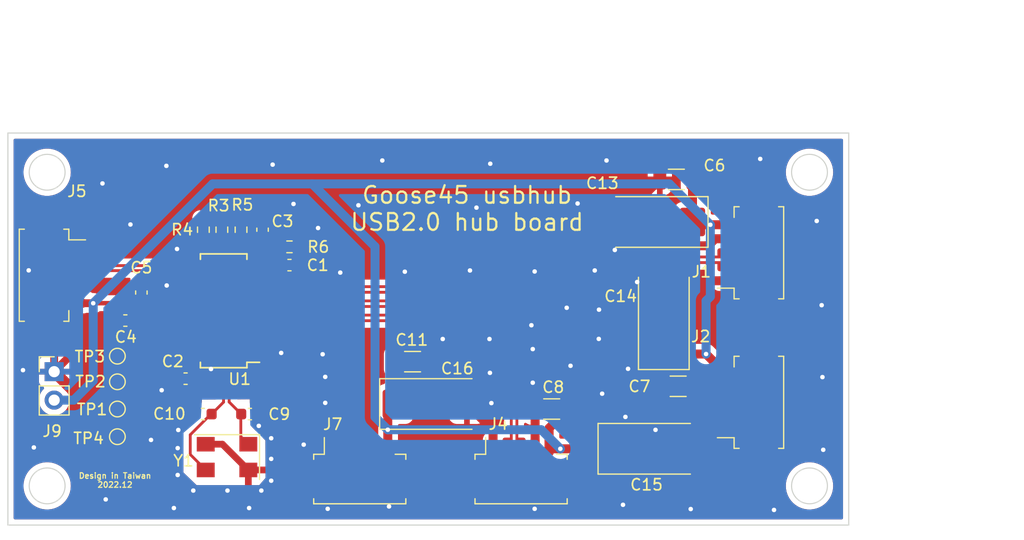
<source format=kicad_pcb>
(kicad_pcb (version 20211014) (generator pcbnew)
  (layers (0 "F.Cu" signal) (31 "B.Cu" signal) (34 "B.Paste" user) (35 "F.Paste" user) (36 "B.SilkS" user "B.Silkscreen") (37 "F.SilkS" user "F.Silkscreen") (38 "B.Mask" user) (39 "F.Mask" user) (44 "Edge.Cuts" user))
  (net 0 "")
  (net 1 "Hub_1V8")
  (net 2 "GND")
  (net 3 "Hub_3V3")
  (net 4 "VIN")
  (net 5 "Net-(C9-Pad1)")
  (net 6 "Net-(C10-Pad1)")
  (net 7 "USB_D+")
  (net 8 "USB_D-")
  (net 9 "USB4_D+")
  (net 10 "USB4_D-")
  (net 11 "Net-(R3-Pad2)")
  (net 12 "Net-(R4-Pad2)")
  (net 13 "Net-(R5-Pad2)")
  (net 14 "Net-(R6-Pad1)")
  (net 15 "LED2")
  (net 16 "LED1")
  (net 17 "USB3_D-")
  (net 18 "USB3_D+")
  (net 19 "USB2_D-")
  (net 20 "USB2_D+")
  (net 21 "USB1_D-")
  (net 22 "USB1_D+")
  (net 23 "DRV")
  (net 25 "EESDA")
  (footprint "Capacitor_SMD:C_1206_3216Metric" (layer "F.Cu") (at 151.14 86.75 180)
    (fp_text reference "C6")
    (fp_text value "100uF/16V" hide)
  )
  (footprint "Capacitor_SMD:C_1206_3216Metric" (layer "F.Cu") (at 127.61 103.02)
    (fp_text reference "C11")
    (fp_text value "100uF/16V" hide)
  )
  (footprint "Connector_Molex:Molex_PicoBlade_53261-0571_1x05-1MP_P1.25mm_Horizontal" (layer "F.Cu") (at 158 93.3 90)
    (fp_text reference "J1")
    (fp_text value "Conn_01x05_Male" hide)
  )
  (footprint "Resistor_SMD:R_0603_1608Metric" (layer "F.Cu") (at 112.31 91.24 -90)
    (fp_text reference "R5")
    (fp_text value "100K" hide)
  )
  (footprint "Capacitor_SMD:C_1206_3216Metric" (layer "F.Cu") (at 151.3 105.22)
    (fp_text reference "C7")
    (fp_text value "100uF/16V" hide)
  )
  (footprint "Capacitor_SMD:C_0603_1608Metric" (layer "F.Cu") (at 116.63 94.4)
    (fp_text reference "C1")
    (fp_text value "100nF/16V" hide)
  )
  (footprint "Capacitor_SMD:C_0603_1608Metric" (layer "F.Cu") (at 113.1 107.7)
    (fp_text reference "C9")
    (fp_text value "22pF/50V" hide)
  )
  (footprint "Crystal:Crystal_SMD_Abracon_ABM3C-4Pin_5.0x3.2mm" (layer "F.Cu") (at 111.06 111.54 180)
    (fp_text reference "Y1")
    (fp_text value "Crystal_12MHz" hide)
  )
  (footprint "Connector_PinHeader_2.54mm:PinHeader_1x02_P2.54mm_Vertical" (layer "F.Cu") (at 95.6425 103.915)
    (fp_text reference "J9")
    (fp_text value "Power" hide)
  )
  (footprint "Connector_Molex:Molex_PicoBlade_53261-0571_1x05-1MP_P1.25mm_Horizontal" (layer "F.Cu") (at 158 106.65 90)
    (fp_text reference "J2")
    (fp_text value "Conn_01x05_Male" hide)
  )
  (footprint "Resistor_SMD:R_0603_1608Metric" (layer "F.Cu") (at 110.6 91.24 -90)
    (fp_text reference "R3")
    (fp_text value "100K" hide)
  )
  (footprint "Resistor_SMD:R_0603_1608Metric" (layer "F.Cu") (at 116.63 92.77)
    (fp_text reference "R6")
    (fp_text value "2.7K" hide)
  )
  (footprint "Capacitor_SMD:C_0603_1608Metric" (layer "F.Cu") (at 107.365 104.54 180)
    (fp_text reference "C2")
    (fp_text value "100nF/16V" hide)
  )
  (footprint "Connector_Molex:Molex_PicoBlade_53261-0571_1x05-1MP_P1.25mm_Horizontal" (layer "F.Cu") (at 137.29 113)
    (fp_text reference "J4")
    (fp_text value "Conn_01x05_Male" hide)
  )
  (footprint "Capacitor_SMD:C_0603_1608Metric" (layer "F.Cu") (at 114.23 91.24 90)
    (fp_text reference "C3")
    (fp_text value "100nF/16V" hide)
  )
  (footprint "Capacitor_SMD:C_0603_1608Metric" (layer "F.Cu") (at 101.99 99.35 180)
    (fp_text reference "C4")
    (fp_text value "100nF/16V" hide)
  )
  (footprint "Capacitor_SMD:C_0603_1608Metric" (layer "F.Cu") (at 108.91 107.7 180)
    (fp_text reference "C10")
    (fp_text value "22pF/50V" hide)
  )
  (footprint "Capacitor_Tantalum_SMD:CP_EIA-7343-30_AVX-N_Pad2.25x2.55mm_HandSolder" (layer "F.Cu") (at 149.38 90.55 180)
    (fp_text reference "C13")
    (fp_text value "100uF/16V" hide)
  )
  (footprint "TestPoint:TestPoint_Pad_D1.0mm" (layer "F.Cu") (at 101.28 107.25)
    (fp_text reference "TP4")
    (fp_text value "TestPoint" hide)
  )
  (footprint "Resistor_SMD:R_0603_1608Metric" (layer "F.Cu") (at 108.95 91.24 -90)
    (fp_text reference "R4")
    (fp_text value "100K" hide)
  )
  (footprint "Capacitor_Tantalum_SMD:CP_EIA-7343-30_AVX-N_Pad2.25x2.55mm_HandSolder" (layer "F.Cu") (at 148.74 110.8)
    (fp_text reference "C15")
    (fp_text value "100uF/16V" hide)
  )
  (footprint "Connector_Molex:Molex_PicoBlade_53261-0571_1x05-1MP_P1.25mm_Horizontal" (layer "F.Cu") (at 122.9 113)
    (fp_text reference "J7")
    (fp_text value "Conn_01x05_Male" hide)
  )
  (footprint "Capacitor_SMD:C_0603_1608Metric" (layer "F.Cu") (at 103.42 96.85 90)
    (fp_text reference "C5")
    (fp_text value "10uF/16V" hide)
  )
  (footprint "Capacitor_Tantalum_SMD:CP_EIA-7343-30_AVX-N_Pad2.25x2.55mm_HandSolder" (layer "F.Cu") (at 129.26 106.8)
    (fp_text reference "C16")
    (fp_text value "100uF/16V" hide)
  )
  (footprint "Connector_Molex:Molex_PicoBlade_53261-0571_1x05-1MP_P1.25mm_Horizontal" (layer "F.Cu") (at 95.24 95.305 -90)
    (fp_text reference "J5")
    (fp_text value "USB_InputPort" hide)
  )
  (footprint "TestPoint:TestPoint_Pad_D1.0mm" (layer "F.Cu") (at 101.28 109.72)
    (fp_text reference "TP1")
    (fp_text value "TestPoint" hide)
  )
  (footprint "Package_SO:SSOP-28_3.9x9.9mm_P0.635mm" (layer "F.Cu") (at 110.76 98.48 180)
    (fp_text reference "U1")
    (fp_text value "FE1.1s" hide)
  )
  (footprint "Capacitor_SMD:C_1206_3216Metric" (layer "F.Cu") (at 140.02 107.25 180)
    (fp_text reference "C8")
    (fp_text value "100uF/16V" hide)
  )
  (footprint "TestPoint:TestPoint_Pad_D1.0mm" (layer "F.Cu") (at 101.28 102.53)
    (fp_text reference "TP3")
    (fp_text value "TestPoint" hide)
  )
  (footprint "TestPoint:TestPoint_Pad_D1.0mm" (layer "F.Cu") (at 101.28 104.82)
    (fp_text reference "TP2")
    (fp_text value "TestPoint" hide)
  )
  (footprint "Capacitor_Tantalum_SMD:CP_EIA-7343-30_AVX-N_Pad2.25x2.55mm_HandSolder" (layer "F.Cu") (at 150.02 99.14 90)
    (fp_text reference "C14")
    (fp_text value "100uF/16V" hide)
  )
  (gr_line locked (start 166.515 82.61) (end 166.515 117.61) (layer "Edge.Cuts") (width 0.1))
  (gr_circle (center 95.015 114.11) (end 96.615 114.11) (layer "Edge.Cuts") (width 0.1) (fill none))
  (gr_line locked (start 91.515 117.61) (end 166.515 117.61) (layer "Edge.Cuts") (width 0.1))
  (gr_circle (center 163.015 86.11) (end 164.615 86.11) (layer "Edge.Cuts") (width 0.1) (fill none))
  (gr_circle (center 163.015 114.11) (end 164.615 114.11) (layer "Edge.Cuts") (width 0.1) (fill none))
  (gr_line locked (start 91.515 82.61) (end 91.515 117.61) (layer "Edge.Cuts") (width 0.1))
  (gr_circle (center 95.015 86.11) (end 96.615 86.11) (layer "Edge.Cuts") (width 0.1) (fill none))
  (gr_line locked (start 91.515 82.61) (end 166.515 82.61) (layer "Edge.Cuts") (width 0.1))
  (gr_text "Design in Taiwan\n2022.12" (at 101.07 113.61) (layer "F.SilkS") (effects (font (size 0.5 0.5) (thickness 0.1))))
  (gr_text "Goose45 usbhub\nUSB2.0 hub board" (at 132.47 89.36) (layer "F.SilkS") (effects (font (size 1.5 1.5) (thickness 0.2))))
  (segment (start 110.9 97.41) (end 110.9 100.62) (width 0.25) (layer "F.Cu") (net 1))
  (segment (start 110.9 100.62) (end 108.9125 102.6075) (width 0.25) (layer "F.Cu") (net 1))
  (segment (start 113.36 95.6225) (end 112.6875 95.6225) (width 0.25) (layer "F.Cu") (net 1))
  (segment (start 113.36 95.6225) (end 114.6325 95.6225) (width 0.25) (layer "F.Cu") (net 1))
  (segment (start 114.6325 95.6225) (end 115.855 94.4) (width 0.25) (layer "F.Cu") (net 1))
  (segment (start 112.6875 95.6225) (end 110.9 97.41) (width 0.25) (layer "F.Cu") (net 1))
  (segment (start 108.9125 102.6075) (end 108.16 102.6075) (width 0.25) (layer "F.Cu") (net 1))
  (segment (start 108.16 104.655) (end 108.16 102.6075) (width 0.25) (layer "F.Cu") (net 1))
  (segment (start 114.23 90.465) (end 115.15 90.465) (width 0.7) (layer "F.Cu") (net 2))
  (segment (start 100.415 92.805) (end 102.445 90.775) (width 0.7) (layer "F.Cu") (net 2))
  (segment (start 158.5 98.35) (end 158.5 88.25) (width 1) (layer "F.Cu") (net 2))
  (segment (start 127.95 113.5) (end 132.24 113.5) (width 1) (layer "F.Cu") (net 2))
  (segment (start 132.46 106.8) (end 132.46 106.395) (width 0.8) (layer "F.Cu") (net 2))
  (segment (start 113.875 107.7) (end 113.875 106.195) (width 0.6) (layer "F.Cu") (net 2))
  (segment (start 142.34 113.5) (end 156.7 113.5) (width 1) (layer "F.Cu") (net 2))
  (segment (start 150.02 95.94) (end 150.16 95.8) (width 0.8) (layer "F.Cu") (net 2))
  (segment (start 132.46 106.395) (end 129.085 103.02) (width 0.8) (layer "F.Cu") (net 2))
  (segment (start 97.64 92.805) (end 96.375 92.805) (width 0.7) (layer "F.Cu") (net 2))
  (segment (start 112.96 114.5) (end 112.96 112.69) (width 0.6) (layer "F.Cu") (net 2))
  (segment (start 95.7 95.8) (end 95.7 96.46) (width 0.7) (layer "F.Cu") (net 2))
  (segment (start 115 109.86) (end 115 111.7) (width 0.6) (layer "F.Cu") (net 2))
  (segment (start 125.51 100.89) (end 124.15 102.25) (width 0.8) (layer "F.Cu") (net 2))
  (segment (start 98.36 110.8) (end 98.36 106.6325) (width 1) (layer "F.Cu") (net 2))
  (segment (start 106.66 113.14) (end 106.66 110.74) (width 0.6) (layer "F.Cu") (net 2))
  (segment (start 115.15 90.465) (end 117.455 92.77) (width 0.7) (layer "F.Cu") (net 2))
  (segment (start 138.54 107.255) (end 140.745 105.05) (width 0.8) (layer "F.Cu") (net 2))
  (segment (start 155.6 105.4) (end 152.955 105.4) (width 0.8) (layer "F.Cu") (net 2))
  (segment (start 113.895 108.755) (end 115 109.86) (width 0.6) (layer "F.Cu") (net 2))
  (segment (start 152.955 105.4) (end 152.775 105.22) (width 0.8) (layer "F.Cu") (net 2))
  (segment (start 146.18 90.55) (end 146.18 90.235) (width 0.8) (layer "F.Cu") (net 2))
  (segment (start 108.135 107.7) (end 108.135 106.185) (width 0.6) (layer "F.Cu") (net 2))
  (segment (start 146.595 107.955) (end 149.44 110.8) (width 0.8) (layer "F.Cu") (net 2))
  (segment (start 138.54 107.255) (end 138.545 107.25) (width 0.25) (layer "F.Cu") (net 2))
  (segment (start 97.29 99.61) (end 97.29 102.2675) (width 0.7) (layer "F.Cu") (net 2))
  (segment (start 120.4 111.42) (end 120.4 113.44) (width 0.8) (layer "F.Cu") (net 2))
  (segment (start 104.15 89.07) (end 112.835 89.07) (width 0.7) (layer "F.Cu") (net 2))
  (segment (start 97.36 99.54) (end 101.025 99.54) (width 0.4) (layer "F.Cu") (net 2))
  (segment (start 95.7 96.46) (end 95.7 97.29) (width 0.7) (layer "F.Cu") (net 2))
  (segment (start 149.44 110.8) (end 151.94 110.8) (width 0.8) (layer "F.Cu") (net 2))
  (segment (start 112.93 114.53) (end 111.1 114.53) (width 0.6) (layer "F.Cu") (net 2))
  (segment (start 153.41 110.8) (end 155.06 109.15) (width 0.8) (layer "F.Cu") (net 2))
  (segment (start 98.36 106.6325) (end 95.6425 103.915) (width 1) (layer "F.Cu") (net 2))
  (segment (start 134.79 110.6) (end 134.79 113.42) (width 0.8) (layer "F.Cu") (net 2))
  (segment (start 106.32 116.09) (end 103.65 116.09) (width 1) (layer "F.Cu") (net 2))
  (segment (start 113.875 108.735) (end 113.895 108.755) (width 0.6) (layer "F.Cu") (net 2))
  (segment (start 96.375 92.805) (end 95.7 93.48) (width 0.7) (layer "F.Cu") (net 2))
  (segment (start 117.85 113.5) (end 127.95 113.5) (width 1) (layer "F.Cu") (net 2))
  (segment (start 158.43 105.4) (end 155.6 105.4) (width 0.8) (layer "F.Cu") (net 2))
  (segment (start 115.26 116.09) (end 113.03 116.09) (width 1) (layer "F.Cu") (net 2))
  (segment (start 97.606249 92.805) (end 100.415 92.805) (width 0.7) (layer "F.Cu") (net 2))
  (segment (start 112.95 112.69) (end 110.65 110.39) (width 0.6) (layer "F.Cu") (net 2))
  (segment (start 146.18 90.235) (end 149.665 86.75) (width 0.8) (layer "F.Cu") (net 2))
  (segment (start 144.52 105.88) (end 146.595 107.955) (width 0.8) (layer "F.Cu") (net 2))
  (segment (start 134.79 109.13) (end 134.79 110.6) (width 0.8) (layer "F.Cu") (net 2))
  (segment (start 117.85 113.5) (end 115.26 116.09) (width 1) (layer "F.Cu") (net 2))
  (segment (start 97.29 102.2675) (end 95.6425 103.915) (width 0.7) (layer "F.Cu") (net 2))
  (segment (start 106.66 110.74) (end 106.66 109.175) (width 0.6) (layer "F.Cu") (net 2))
  (segment (start 101.025 99.54) (end 101.215 99.35) (width 0.4) (layer "F.Cu") (net 2))
  (segment (start 155.6 109.15) (end 158.37 109.15) (width 0.8) (layer "F.Cu") (net 2))
  (segment (start 138.54 113.38) (end 138.54 110.6) (width 0.8) (layer "F.Cu") (net 2))
  (segment (start 95.7 95.8) (end 96.455 96.555) (width 0.7) (layer "F.Cu") (net 2))
  (segment (start 117.455 92.77) (end 117.455 94.35) (width 0.7) (layer "F.Cu") (net 2))
  (segment (start 114.12 114.53) (end 112.93 114.53) (width 0.6) (layer "F.Cu") (net 2))
  (segment (start 94.74 90.255) (end 94.74 100.355) (width 1) (layer "F.Cu") (net 2))
  (segment (start 112.835 89.07) (end 114.23 90.465) (width 0.7) (layer "F.Cu") (net 2))
  (segment (start 110.65 110.39) (end 109.16 110.39) (width 0.6) (layer "F.Cu") (net 2))
  (segment (start 138.54 110.6) (end 138.54 107.255) (width 0.8) (layer "F.Cu") (net 2))
  (segment (start 96.455 96.555) (end 97.64 96.555) (width 0.7) (layer "F.Cu") (net 2))
  (segment (start 95.7 98.02) (end 97.29 99.61) (width 0.7) (layer "F.Cu") (net 2))
  (segment (start 114.95 112.69) (end 112.96 112.69) (width 0.6) (layer "F.Cu") (net 2))
  (segment (start 102.445 90.775) (end 104.15 89.07) (width 0.7) (layer "F.Cu") (net 2))
  (segment (start 95.6425 101.2575) (end 94.74 100.355) (width 0.7) (layer "F.Cu") (net 2))
  (segment (start 153.97 92.68) (end 148.31 92.68) (width 0.8) (layer "F.Cu") (net 2))
  (segment (start 115 112.64) (end 114.95 112.69) (width 0.6) (layer "F.Cu") (net 2))
  (segment (start 97.64 96.555) (end 101.355 96.555) (width 0.4) (layer "F.Cu") (net 2))
  (segment (start 106.7125 109.1225) (end 108.135 107.7) (width 0.6) (layer "F.Cu") (net 2))
  (segment (start 97.29 99.61) (end 97.36 99.54) (width 0.4) (layer "F.Cu") (net 2))
  (segment (start 129.085 103.02) (end 129.085 101.665) (width 0.8) (layer "F.Cu") (net 2))
  (segment (start 128.31 100.89) (end 125.51 100.89) (width 0.8) (layer "F.Cu") (net 2))
  (segment (start 95.795 96.555) (end 95.7 96.46) (width 0.4) (layer "F.Cu") (net 2))
  (segment (start 129.085 101.665) (end 128.31 100.89) (width 0.8) (layer "F.Cu") (net 2))
  (segment (start 158.5 101.6) (end 158.5 98.35) (width 1) (layer "F.Cu") (net 2))
  (segment (start 117.455 94.35) (end 117.405 94.4) (width 0.7) (layer "F.Cu") (net 2))
  (segment (start 155.6 92.05) (end 154.6 92.05) (width 0.8) (layer "F.Cu") (net 2))
  (segment (start 112.96 114.5) (end 112.93 114.53) (width 0.6) (layer "F.Cu") (net 2))
  (segment (start 120.4 113.44) (end 120.38 113.46) (width 0.8) (layer "F.Cu") (net 2))
  (segment (start 103.65 116.09) (end 98.36 110.8) (width 1) (layer "F.Cu") (net 2))
  (segment (start 158.45 95.8) (end 158.47 95.82) (width 0.8) (layer "F.Cu") (net 2))
  (segment (start 101.355 96.555) (end 101.835 96.075) (width 0.4) (layer "F.Cu") (net 2))
  (segment (start 115 111.7) (end 115 112.64) (width 0.6) (layer "F.Cu") (net 2))
  (segment (start 132.24 113.5) (end 142.34 113.5) (width 1) (layer "F.Cu") (net 2))
  (segment (start 155.06 109.15) (end 155.6 109.15) (width 0.8) (layer "F.Cu") (net 2))
  (segment (start 113.03 116.09) (end 106.32 116.09) (width 1) (layer "F.Cu") (net 2))
  (segment (start 108.05 114.53) (end 106.66 113.14) (width 0.6) (layer "F.Cu") (net 2))
  (segment (start 111.1 114.53) (end 108.05 114.53) (width 0.6) (layer "F.Cu") (net 2))
  (segment (start 101.835 96.075) (end 103.42 96.075) (width 0.4) (layer "F.Cu") (net 2))
  (segment (start 95.6425 103.915) (end 95.6425 101.2575) (width 0.7) (layer "F.Cu") (net 2))
  (segment (start 96.455 96.555) (end 96.435 96.555) (width 0.7) (layer "F.Cu") (net 2))
  (segment (start 112.96 112.69) (end 112.95 112.69) (width 0.6) (layer "F.Cu") (net 2))
  (segment (start 106.66 109.175) (end 106.7125 109.1225) (width 0.6) (layer "F.Cu") (net 2))
  (segment (start 115 112.64) (end 115 113.02) (width 0.6) (layer "F.Cu") (net 2))
  (segment (start 96.435 96.555) (end 95.7 97.29) (width 0.7) (layer "F.Cu") (net 2))
  (segment (start 158.5 111.7) (end 158.5 101.6) (width 1) (layer "F.Cu") (net 2))
  (segment (start 154.6 92.05) (end 153.97 92.68) (width 0.8) (layer "F.Cu") (net 2))
  (segment (start 150.16 95.8) (end 155.6 95.8) (width 0.8) (layer "F.Cu") (net 2))
  (segment (start 155.6 95.8) (end 158.45 95.8) (width 0.8) (layer "F.Cu") (net 2))
  (segment (start 151.94 110.8) (end 153.41 110.8) (width 0.8) (layer "F.Cu") (net 2))
  (segment (start 95.7 97.29) (end 95.7 98.02) (width 0.7) (layer "F.Cu") (net 2))
  (segment (start 113.875 107.7) (end 113.875 108.735) (width 0.6) (layer "F.Cu") (net 2))
  (segment (start 138.52 113.4) (end 138.54 113.38) (width 0.8) (layer "F.Cu") (net 2))
  (segment (start 143.69 105.05) (end 144.52 105.88) (width 0.8) (layer "F.Cu") (net 2))
  (segment (start 115 113.02) (end 115 113.65) (width 0.6) (layer "F.Cu") (net 2))
  (segment (start 158.49 92.05) (end 155.6 92.05) (width 0.8) (layer "F.Cu") (net 2))
  (segment (start 132.46 106.8) (end 134.79 109.13) (width 0.8) (layer "F.Cu") (net 2))
  (segment (start 148.31 92.68) (end 146.18 90.55) (width 0.8) (layer "F.Cu") (net 2))
  (segment (start 95.7 93.48) (end 95.7 95.8) (width 0.7) (layer "F.Cu") (net 2))
  (segment (start 156.7 113.5) (end 158.5 111.7) (width 1) (layer "F.Cu") (net 2))
  (segment (start 124.15 102.25) (end 124.15 110.6) (width 0.8) (layer "F.Cu") (net 2))
  (segment (start 140.745 105.05) (end 143.69 105.05) (width 0.8) (layer "F.Cu") (net 2))
  (segment (start 108.135 106.185) (end 108.13 106.18) (width 0.6) (layer "F.Cu") (net 2))
  (segment (start 115 113.65) (end 114.12 114.53) (width 0.6) (layer "F.Cu") (net 2))
  (segment (start 124.15 110.6) (end 124.15 113.49) (width 0.8) (layer "F.Cu") (net 2))
  (via (at 141.36 98.21) (size 0.8) (drill 0.4) (layers "F.Cu" "B.Cu") (net 2))
  (via (at 146.38 115.8) (size 0.8) (drill 0.4) (layers "F.Cu" "B.Cu") (net 2))
  (via (at 121.16 95.07) (size 0.8) (drill 0.4) (layers "F.Cu" "B.Cu") (net 2))
  (via (at 92.86 103.78) (size 0.8) (drill 0.4) (layers "F.Cu" "B.Cu") (net 2))
  (via (at 115 109.86) (size 0.8) (drill 0.4) (layers "F.Cu" "B.Cu") (net 2))
  (via (at 99.95 87.11) (size 0.8) (drill 0.4) (layers "F.Cu" "B.Cu") (net 2))
  (via (at 134.64 106.72) (size 0.8) (drill 0.4) (layers "F.Cu" "B.Cu") (net 2))
  (via (at 134.54 85.35) (size 0.8) (drill 0.4) (layers "F.Cu" "B.Cu") (net 2))
  (via (at 138.5 94.97) (size 0.8) (drill 0.4) (layers "F.Cu" "B.Cu") (net 2))
  (via (at 109.63 103.68) (size 0.8) (drill 0.4) (layers "F.Cu" "B.Cu") (net 2))
  (via (at 93.83 110.68) (size 0.8) (drill 0.4) (layers "F.Cu" "B.Cu") (net 2))
  (via (at 106.66 110.74) (size 0.8) (drill 0.4) (layers "F.Cu" "B.Cu") (net 2))
  (via (at 113.895 108.755) (size 0.8) (drill 0.4) (layers "F.Cu" "B.Cu") (net 2))
  (via (at 120.04 116.16) (size 0.8) (drill 0.4) (layers "F.Cu" "B.Cu") (net 2))
  (via (at 113.03 116.09) (size 0.8) (drill 0.4) (layers "F.Cu" "B.Cu") (net 2))
  (via (at 132.73 94.88) (size 0.8) (drill 0.4) (layers "F.Cu" "B.Cu") (net 2))
  (via (at 138.21 99.77) (size 0.8) (drill 0.4) (layers "F.Cu" "B.Cu") (net 2))
  (via (at 158.62 84.92) (size 0.8) (drill 0.4) (layers "F.Cu" "B.Cu") (net 2))
  (via (at 144.91 85.06) (size 0.8) (drill 0.4) (layers "F.Cu" "B.Cu") (net 2))
  (via (at 126.92 94.99) (size 0.8) (drill 0.4) (layers "F.Cu" "B.Cu") (net 2))
  (via (at 124.91 85.06) (size 0.8) (drill 0.4) (layers "F.Cu" "B.Cu") (net 2))
  (via (at 106.32 116.09) (size 0.8) (drill 0.4) (layers "F.Cu" "B.Cu") (net 2))
  (via (at 133.31 89.27) (size 0.8) (drill 0.4) (layers "F.Cu" "B.Cu") (net 2))
  (via (at 142.33 88.9) (size 0.8) (drill 0.4) (layers "F.Cu" "B.Cu") (net 2))
  (via (at 106.6 92.96) (size 0.8) (drill 0.4) (layers "F.Cu" "B.Cu") (net 2))
  (via (at 105.65 85.54) (size 0.8) (drill 0.4) (layers "F.Cu" "B.Cu") (net 2))
  (via (at 115 113.65) (size 0.8) (drill 0.4) (layers "F.Cu" "B.Cu") (net 2))
  (via (at 164.24 110.89) (size 0.8) (drill 0.4) (layers "F.Cu" "B.Cu") (net 2))
  (via (at 159.85 116.26) (size 0.8) (drill 0.4) (layers "F.Cu" "B.Cu") (net 2))
  (via (at 106.7125 109.1225) (size 0.8) (drill 0.4) (layers "F.Cu" "B.Cu") (net 2))
  (via (at 115.89 102.24) (size 0.8) (drill 0.4) (layers "F.Cu" "B.Cu") (net 2))
  (via (at 104.28 110.01) (size 0.8) (drill 0.4) (layers "F.Cu" "B.Cu") (net 2))
  (via (at 119.82 104.38) (size 0.8) (drill 0.4) (layers "F.Cu" "B.Cu") (net 2))
  (via (at 144.24 98.38) (size 0.8) (drill 0.4) (layers "F.Cu" "B.Cu") (net 2))
  (via (at 163.66 90.46) (size 0.8) (drill 0.4) (layers "F.Cu" "B.Cu") (net 2))
  (via (at 134.51 104.02) (size 0.8) (drill 0.4) (layers "F.Cu" "B.Cu") (net 2))
  (via (at 141.7 103.39) (size 0.8) (drill 0.4) (layers "F.Cu" "B.Cu") (net 2))
  (via (at 119.59 102.36) (size 0.8) (drill 0.4) (layers "F.Cu" "B.Cu") (net 2))
  (via (at 111.1 114.53) (size 0.8) (drill 0.4) (layers "F.Cu" "B.Cu") (net 2))
  (via (at 102.445 90.775) (size 0.8) (drill 0.4) (layers "F.Cu" "B.Cu") (net 2))
  (via (at 138.33 101.9) (size 0.8) (drill 0.4) (layers "F.Cu" "B.Cu") (net 2))
  (via (at 134.47 101) (size 0.8) (drill 0.4) (layers "F.Cu" "B.Cu") (net 2))
  (via (at 144.22 100.99) (size 0.8) (drill 0.4) (layers "F.Cu" "B.Cu") (net 2))
  (via (at 146.83 103.66) (size 0.8) (drill 0.4) (layers "F.Cu" "B.Cu") (net 2))
  (via (at 115.13 85.43) (size 0.8) (drill 0.4) (layers "F.Cu" "B.Cu") (net 2))
  (via (at 114.12 114.53) (size 0.8) (drill 0.4) (layers "F.Cu" "B.Cu") (net 2))
  (via (at 122.78 89.06) (size 0.8) (drill 0.4) (layers "F.Cu" "B.Cu") (net 2))
  (via (at 105.68 96.22) (size 0.8) (drill 0.4) (layers "F.Cu" "B.Cu") (net 2))
  (via (at 119.18 91.09) (size 0.8) (drill 0.4) (layers "F.Cu" "B.Cu") (net 2))
  (via (at 164.1 97.98) (size 0.8) (drill 0.4) (layers "F.Cu" "B.Cu") (net 2))
  (via (at 143.86 94.88) (size 0.8) (drill 0.4) (layers "F.Cu" "B.Cu") (net 2))
  (via (at 147.64 95.91) (size 0.8) (drill 0.4) (layers "F.Cu" "B.Cu") (net 2))
  (via (at 149.28 109.11) (size 0.8) (drill 0.4) (layers "F.Cu" "B.Cu") (net 2))
  (via (at 108.05 114.53) (size 0.8) (drill 0.4) (layers "F.Cu" "B.Cu") (net 2))
  (via (at 93.37 94.87) (size 0.8) (drill 0.4) (layers "F.Cu" "B.Cu") (net 2))
  (via (at 145.65 93.05) (size 0.8) (drill 0.4) (layers "F.Cu" "B.Cu") (net 2))
  (via (at 125.51 115.95) (size 0.8) (drill 0.4) (layers "F.Cu" "B.Cu") (net 2))
  (via (at 117.9 110.43) (size 0.8) (drill 0.4) (layers "F.Cu" "B.Cu") (net 2))
  (via (at 119.82 106.7) (size 0.8) (drill 0.4) (layers "F.Cu" "B.Cu") (net 2))
  (via (at 144.52 105.88) (size 0.8) (drill 0.4) (layers "F.Cu" "B.Cu") (net 2))
  (via (at 152.42 116.18) (size 0.8) (drill 0.4) (layers "F.Cu" "B.Cu") (net 2))
  (via (at 146.595 107.955) (size 0.8) (drill 0.4) (layers "F.Cu" "B.Cu") (net 2))
  (via (at 106.66 113.14) (size 0.8) (drill 0.4) (layers "F.Cu" "B.Cu") (net 2))
  (via (at 115 111.7) (size 0.8) (drill 0.4) (layers "F.Cu" "B.Cu") (net 2))
  (via (at 116.99 88.94) (size 0.8) (drill 0.4) (layers "F.Cu" "B.Cu") (net 2))
  (via (at 130.3 101) (size 0.8) (drill 0.4) (layers "F.Cu" "B.Cu") (net 2))
  (via (at 164.17 104.4) (size 0.8) (drill 0.4) (layers "F.Cu" "B.Cu") (net 2))
  (via (at 138.33 104.9) (size 0.8) (drill 0.4) (layers "F.Cu" "B.Cu") (net 2))
  (via (at 138.5 116.16) (size 0.8) (drill 0.4) (layers "F.Cu" "B.Cu") (net 2))
  (via (at 105.23 105.57) (size 0.8) (drill 0.4) (layers "F.Cu" "B.Cu") (net 2))
  (via (at 100.24 115.32) (size 0.8) (drill 0.4) (layers "F.Cu" "B.Cu") (net 2))
  (segment (start 112.2 94.79) (end 112.2 95.27) (width 0.25) (layer "F.Cu") (net 3))
  (segment (start 110.26 98.08) (end 110.26 98.62) (width 0.25) (layer "F.Cu") (net 3))
  (segment (start 103.87 99.35) (end 105.0575 98.1625) (width 0.25) (layer "F.Cu") (net 3))
  (segment (start 114.23 92.015) (end 114.23 92.75) (width 0.25) (layer "F.Cu") (net 3))
  (segment (start 102.765 99.35) (end 103.87 99.35) (width 0.25) (layer "F.Cu") (net 3))
  (segment (start 108.95 90.415) (end 110.6 90.415) (width 0.25) (layer "F.Cu") (net 3))
  (segment (start 110.6 90.415) (end 112.31 90.415) (width 0.25) (layer "F.Cu") (net 3))
  (segment (start 112.4825 94.9875) (end 112.3975 94.9875) (width 0.25) (layer "F.Cu") (net 3))
  (segment (start 110.26 98.57) (end 109.8525 98.1625) (width 0.25) (layer "F.Cu") (net 3))
  (segment (start 112.2 95.27) (end 110.26 97.21) (width 0.25) (layer "F.Cu") (net 3))
  (segment (start 109.8575 98.1625) (end 110.26 97.76) (width 0.25) (layer "F.Cu") (net 3))
  (segment (start 112.3975 94.9875) (end 112.2 94.79) (width 0.25) (layer "F.Cu") (net 3))
  (segment (start 112.2 93.93) (end 112.2 94.79) (width 0.25) (layer "F.Cu") (net 3))
  (segment (start 109.8575 98.1625) (end 110.1775 98.1625) (width 0.25) (layer "F.Cu") (net 3))
  (segment (start 113.36 94.9875) (end 112.4825 94.9875) (width 0.25) (layer "F.Cu") (net 3))
  (segment (start 112.79 93.34) (end 112.2 93.93) (width 0.25) (layer "F.Cu") (net 3))
  (segment (start 113.64 93.34) (end 112.79 93.34) (width 0.25) (layer "F.Cu") (net 3))
  (segment (start 108.16 101.3375) (end 109.4225 101.3375) (width 0.25) (layer "F.Cu") (net 3))
  (segment (start 109.8525 98.1625) (end 109.8575 98.1625) (width 0.25) (layer "F.Cu") (net 3))
  (segment (start 112.63 90.415) (end 114.23 92.015) (width 0.25) (layer "F.Cu") (net 3))
  (segment (start 109.4225 101.3375) (end 110.26 100.5) (width 0.25) (layer "F.Cu") (net 3))
  (segment (start 110.26 97.76) (end 110.26 98.08) (width 0.25) (layer "F.Cu") (net 3))
  (segment (start 110.26 98.62) (end 110.26 98.57) (width 0.25) (layer "F.Cu") (net 3))
  (segment (start 112.31 90.415) (end 112.63 90.415) (width 0.25) (layer "F.Cu") (net 3))
  (segment (start 110.1775 98.1625) (end 110.26 98.08) (width 0.25) (layer "F.Cu") (net 3))
  (segment (start 105.0575 98.1625) (end 108.16 98.1625) (width 0.25) (layer "F.Cu") (net 3))
  (segment (start 110.26 100.5) (end 110.26 98.62) (width 0.25) (layer "F.Cu") (net 3))
  (segment (start 112.4825 94.9875) (end 112.2 95.27) (width 0.25) (layer "F.Cu") (net 3))
  (segment (start 114.23 92.75) (end 113.64 93.34) (width 0.25) (layer "F.Cu") (net 3))
  (segment (start 109.8525 98.1625) (end 108.16 98.1625) (width 0.25) (layer "F.Cu") (net 3))
  (segment (start 110.26 97.21) (end 110.26 97.76) (width 0.25) (layer "F.Cu") (net 3))
  (segment (start 125.4 107.46) (end 126.06 106.8) (width 0.8) (layer "F.Cu") (net 4))
  (segment (start 139.99 110.8) (end 140.79 110.8) (width 0.8) (layer "F.Cu") (net 4))
  (segment (start 139.79 108.955) (end 141.495 107.25) (width 0.8) (layer "F.Cu") (net 4))
  (segment (start 149.825 102.535) (end 150.02 102.34) (width 0.8) (layer "F.Cu") (net 4))
  (segment (start 155.6 104.15) (end 153.79 102.34) (width 0.8) (layer "F.Cu") (net 4))
  (segment (start 126.06 103.095) (end 126.135 103.02) (width 0.8) (layer "F.Cu") (net 4))
  (segment (start 139.79 110.6) (end 139.79 108.955) (width 0.8) (layer "F.Cu") (net 4))
  (segment (start 97.606249 97.805) (end 99.125 97.805) (width 0.7) (layer "F.Cu") (net 4))
  (segment (start 152.58 86.785) (end 152.615 86.75) (width 0.8) (layer "F.Cu") (net 4))
  (segment (start 126.06 106.8) (end 126.06 103.095) (width 0.8) (layer "F.Cu") (net 4))
  (segment (start 153.79 102.34) (end 150.02 102.34) (width 0.8) (layer "F.Cu") (net 4))
  (segment (start 125.4 110.6) (end 125.4 109.1) (width 0.8) (layer "F.Cu") (net 4))
  (segment (start 154.17 90.8) (end 152.83 90.8) (width 0.8) (layer "F.Cu") (net 4))
  (segment (start 103.5175 97.5275) (end 108.16 97.5275) (width 0.4) (layer "F.Cu") (net 4))
  (segment (start 125.4 109.1) (end 125.4 107.46) (width 0.8) (layer "F.Cu") (net 4))
  (segment (start 99.125 97.805) (end 99.13 97.8) (width 0.4) (layer "F.Cu") (net 4))
  (segment (start 152.58 90.55) (end 152.58 86.785) (width 0.8) (layer "F.Cu") (net 4))
  (segment (start 139.79 110.6) (end 139.99 110.8) (width 0.8) (layer "F.Cu") (net 4))
  (segment (start 99.13 97.8) (end 103.245 97.8) (width 0.4) (layer "F.Cu") (net 4))
  (segment (start 155.6 90.8) (end 154.17 90.8) (width 0.8) (layer "F.Cu") (net 4))
  (segment (start 140.79 110.8) (end 145.54 110.8) (width 0.8) (layer "F.Cu") (net 4))
  (segment (start 149.825 105.22) (end 149.825 102.535) (width 0.8) (layer "F.Cu") (net 4))
  (segment (start 103.245 97.8) (end 103.42 97.625) (width 0.4) (layer "F.Cu") (net 4))
  (segment (start 103.42 97.625) (end 103.5175 97.5275) (width 0.4) (layer "F.Cu") (net 4))
  (segment (start 152.83 90.8) (end 152.58 90.55) (width 0.8) (layer "F.Cu") (net 4))
  (via (at 140.79 110.8) (size 0.8) (drill 0.4) (layers "F.Cu" "B.Cu") (net 4))
  (via (at 153.79 102.34) (size 0.8) (drill 0.4) (layers "F.Cu" "B.Cu") (net 4))
  (via (at 125.4 109.1) (size 0.8) (drill 0.4) (layers "F.Cu" "B.Cu") (net 4))
  (via (at 154.17 90.8) (size 0.8) (drill 0.4) (layers "F.Cu" "B.Cu") (net 4))
  (via (at 99.125 97.805) (size 0.8) (drill 0.4) (layers "F.Cu" "B.Cu") (net 4))
  (segment (start 153.79 97.59) (end 154.17 97.21) (width 0.8) (layer "B.Cu") (net 4))
  (segment (start 118.66 87.15) (end 150.52 87.15) (width 0.8) (layer "B.Cu") (net 4))
  (segment (start 150.52 87.15) (end 154.17 90.8) (width 0.8) (layer "B.Cu") (net 4))
  (segment (start 118.66 87.15) (end 109.78 87.15) (width 0.8) (layer "B.Cu") (net 4))
  (segment (start 124.26 92.75) (end 118.66 87.15) (width 0.8) (layer "B.Cu") (net 4))
  (segment (start 154.17 97.21) (end 154.17 90.8) (width 0.8) (layer "B.Cu") (net 4))
  (segment (start 109.78 87.15) (end 99.125 97.805) (width 0.8) (layer "B.Cu") (net 4))
  (segment (start 99.125 97.805) (end 99.125 104.715) (width 0.8) (layer "B.Cu") (net 4))
  (segment (start 139.09 109.1) (end 140.79 110.8) (width 0.8) (layer "B.Cu") (net 4))
  (segment (start 97.385 106.455) (end 95.6425 106.455) (width 0.8) (layer "B.Cu") (net 4))
  (segment (start 153.79 102.34) (end 153.79 97.59) (width 0.8) (layer "B.Cu") (net 4))
  (segment (start 125.4 109.1) (end 139.09 109.1) (width 0.8) (layer "B.Cu") (net 4))
  (segment (start 125.4 109.1) (end 124.26 107.96) (width 0.8) (layer "B.Cu") (net 4))
  (segment (start 124.26 107.96) (end 124.26 92.75) (width 0.8) (layer "B.Cu") (net 4))
  (segment (start 99.125 104.715) (end 97.385 106.455) (width 0.8) (layer "B.Cu") (net 4))
  (segment (start 111.25 103.01) (end 112.2875 101.9725) (width 0.25) (layer "F.Cu") (net 5))
  (segment (start 111.25 106.625) (end 111.25 103.01) (width 0.25) (layer "F.Cu") (net 5))
  (segment (start 112.29 107.735) (end 112.29 109.72) (width 0.25) (layer "F.Cu") (net 5))
  (segment (start 112.325 107.7) (end 111.25 106.625) (width 0.25) (layer "F.Cu") (net 5))
  (segment (start 112.325 107.7) (end 112.29 107.735) (width 0.25) (layer "F.Cu") (net 5))
  (segment (start 112.29 109.72) (end 112.96 110.39) (width 0.25) (layer "F.Cu") (net 5))
  (segment (start 112.2875 101.9725) (end 113.36 101.9725) (width 0.25) (layer "F.Cu") (net 5))
  (segment (start 112.1525 101.3375) (end 113.36 101.3375) (width 0.25) (layer "F.Cu") (net 6))
  (segment (start 110.75 106.635) (end 110.75 102.74) (width 0.25) (layer "F.Cu") (net 6))
  (segment (start 110.75 102.74) (end 112.1525 101.3375) (width 0.25) (layer "F.Cu") (net 6))
  (segment (start 109.63 107.7) (end 109.685 107.7) (width 0.25) (layer "F.Cu") (net 6))
  (segment (start 109.16 112.69) (end 107.78 111.31) (width 0.25) (layer "F.Cu") (net 6))
  (segment (start 109.685 107.7) (end 110.75 106.635) (width 0.25) (layer "F.Cu") (net 6))
  (segment (start 107.78 111.31) (end 107.78 109.55) (width 0.25) (layer "F.Cu") (net 6))
  (segment (start 107.78 109.55) (end 109.63 107.7) (width 0.25) (layer "F.Cu") (net 6))
  (segment (start 107.259999 94.9875) (end 107.167499 94.895) (width 0.25) (layer "F.Cu") (net 7))
  (segment (start 98.565 94.895) (end 98.155 95.305) (width 0.25) (layer "F.Cu") (net 7))
  (segment (start 107.167499 94.895) (end 98.565 94.895) (width 0.25) (layer "F.Cu") (net 7))
  (segment (start 108.16 94.9875) (end 107.259999 94.9875) (width 0.25) (layer "F.Cu") (net 7))
  (segment (start 98.555 94.445) (end 98.165 94.055) (width 0.25) (layer "F.Cu") (net 8))
  (segment (start 107.259999 94.3525) (end 107.167499 94.445) (width 0.25) (layer "F.Cu") (net 8))
  (segment (start 107.167499 94.445) (end 98.555 94.445) (width 0.25) (layer "F.Cu") (net 8))
  (segment (start 108.16 94.3525) (end 107.259999 94.3525) (width 0.25) (layer "F.Cu") (net 8))
  (segment (start 122.525 101.221446) (end 122.525 110.225) (width 0.25) (layer "F.Cu") (net 9))
  (segment (start 121.438554 100.135) (end 122.525 101.221446) (width 0.25) (layer "F.Cu") (net 9))
  (segment (start 122.525 110.225) (end 122.9 110.6) (width 0.25) (layer "F.Cu") (net 9))
  (segment (start 114.260001 100.0675) (end 114.327501 100.135) (width 0.25) (layer "F.Cu") (net 9))
  (segment (start 113.36 100.0675) (end 114.260001 100.0675) (width 0.25) (layer "F.Cu") (net 9))
  (segment (start 114.327501 100.135) (end 121.438554 100.135) (width 0.25) (layer "F.Cu") (net 9))
  (segment (start 122.025 101.428554) (end 122.025 110.225) (width 0.25) (layer "F.Cu") (net 10))
  (segment (start 122.025 110.225) (end 121.65 110.6) (width 0.25) (layer "F.Cu") (net 10))
  (segment (start 113.36 100.7025) (end 114.260001 100.7025) (width 0.25) (layer "F.Cu") (net 10))
  (segment (start 114.327501 100.635) (end 121.231446 100.635) (width 0.25) (layer "F.Cu") (net 10))
  (segment (start 121.231446 100.635) (end 122.025 101.428554) (width 0.25) (layer "F.Cu") (net 10))
  (segment (start 114.260001 100.7025) (end 114.327501 100.635) (width 0.25) (layer "F.Cu") (net 10))
  (segment (start 109.2325 96.2575) (end 108.16 96.2575) (width 0.25) (layer "F.Cu") (net 11))
  (segment (start 110.6 92.065) (end 110.6 94.89) (width 0.25) (layer "F.Cu") (net 11))
  (segment (start 110.6 94.89) (end 109.2325 96.2575) (width 0.25) (layer "F.Cu") (net 11))
  (segment (start 110.05 93.165) (end 108.95 92.065) (width 0.25) (layer "F.Cu") (net 12))
  (segment (start 108.16 95.6225) (end 109.1075 95.6225) (width 0.25) (layer "F.Cu") (net 12))
  (segment (start 109.1075 95.6225) (end 110.05 94.68) (width 0.25) (layer "F.Cu") (net 12))
  (segment (start 110.05 94.68) (end 110.05 93.165) (width 0.25) (layer "F.Cu") (net 12))
  (segment (start 108.16 96.8925) (end 109.5375 96.8925) (width 0.25) (layer "F.Cu") (net 13))
  (segment (start 109.5375 96.8925) (end 111.2 95.23) (width 0.25) (layer "F.Cu") (net 13))
  (segment (start 111.2 93.175) (end 112.31 92.065) (width 0.25) (layer "F.Cu") (net 13))
  (segment (start 111.2 95.23) (end 111.2 93.175) (width 0.25) (layer "F.Cu") (net 13))
  (segment (start 114.2225 94.3525) (end 115.805 92.77) (width 0.25) (layer "F.Cu") (net 14))
  (segment (start 113.36 94.3525) (end 114.2225 94.3525) (width 0.25) (layer "F.Cu") (net 14))
  (segment (start 103.09 103.67) (end 103.09 105.44) (width 0.25) (layer "F.Cu") (net 15))
  (segment (start 106.6925 100.0675) (end 103.09 103.67) (width 0.25) (layer "F.Cu") (net 15))
  (segment (start 108.16 100.0675) (end 106.6925 100.0675) (width 0.25) (layer "F.Cu") (net 15))
  (segment (start 103.09 105.44) (end 101.28 107.25) (width 0.25) (layer "F.Cu") (net 15))
  (segment (start 108.16 99.4325) (end 106.6575 99.4325) (width 0.25) (layer "F.Cu") (net 16))
  (segment (start 101.28 104.81) (end 101.28 104.82) (width 0.25) (layer "F.Cu") (net 16))
  (segment (start 106.6575 99.4325) (end 101.28 104.81) (width 0.25) (layer "F.Cu") (net 16))
  (segment (start 136.415 100.248554) (end 136.415 110.225) (width 0.25) (layer "F.Cu") (net 17))
  (segment (start 114.260001 99.4325) (end 114.327501 99.365) (width 0.25) (layer "F.Cu") (net 17))
  (segment (start 135.531446 99.365) (end 136.415 100.248554) (width 0.25) (layer "F.Cu") (net 17))
  (segment (start 113.36 99.4325) (end 114.260001 99.4325) (width 0.25) (layer "F.Cu") (net 17))
  (segment (start 136.415 110.225) (end 136.04 110.6) (width 0.25) (layer "F.Cu") (net 17))
  (segment (start 114.327501 99.365) (end 135.531446 99.365) (width 0.25) (layer "F.Cu") (net 17))
  (segment (start 113.36 98.7975) (end 114.260001 98.7975) (width 0.25) (layer "F.Cu") (net 18))
  (segment (start 135.738554 98.865) (end 136.915 100.041446) (width 0.25) (layer "F.Cu") (net 18))
  (segment (start 114.327501 98.865) (end 135.738554 98.865) (width 0.25) (layer "F.Cu") (net 18))
  (segment (start 136.915 110.225) (end 137.29 110.6) (width 0.25) (layer "F.Cu") (net 18))
  (segment (start 114.260001 98.7975) (end 114.327501 98.865) (width 0.25) (layer "F.Cu") (net 18))
  (segment (start 136.915 100.041446) (end 136.915 110.225) (width 0.25) (layer "F.Cu") (net 18))
  (segment (start 155.225 107.525) (end 147.861446 107.525) (width 0.25) (layer "F.Cu") (net 19))
  (segment (start 114.260001 98.1625) (end 113.36 98.1625) (width 0.25) (layer "F.Cu") (net 19))
  (segment (start 147.861446 107.525) (end 138.431446 98.095) (width 0.25) (layer "F.Cu") (net 19))
  (segment (start 114.327501 98.095) (end 114.260001 98.1625) (width 0.25) (layer "F.Cu") (net 19))
  (segment (start 155.6 107.9) (end 155.225 107.525) (width 0.25) (layer "F.Cu") (net 19))
  (segment (start 138.431446 98.095) (end 114.327501 98.095) (width 0.25) (layer "F.Cu") (net 19))
  (segment (start 148.068554 107.025) (end 138.638554 97.595) (width 0.25) (layer "F.Cu") (net 20))
  (segment (start 155.225 107.025) (end 148.068554 107.025) (width 0.25) (layer "F.Cu") (net 20))
  (segment (start 138.638554 97.595) (end 114.327501 97.595) (width 0.25) (layer "F.Cu") (net 20))
  (segment (start 155.6 106.65) (end 155.225 107.025) (width 0.25) (layer "F.Cu") (net 20))
  (segment (start 114.260001 97.5275) (end 113.36 97.5275) (width 0.25) (layer "F.Cu") (net 20))
  (segment (start 114.327501 97.595) (end 114.260001 97.5275) (width 0.25) (layer "F.Cu") (net 20))
  (segment (start 147.488554 94.175) (end 155.225 94.175) (width 0.25) (layer "F.Cu") (net 21))
  (segment (start 144.838554 96.825) (end 147.488554 94.175) (width 0.25) (layer "F.Cu") (net 21))
  (segment (start 113.36 96.8925) (end 114.260001 96.8925) (width 0.25) (layer "F.Cu") (net 21))
  (segment (start 114.327501 96.825) (end 144.838554 96.825) (width 0.25) (layer "F.Cu") (net 21))
  (segment (start 114.260001 96.8925) (end 114.327501 96.825) (width 0.25) (layer "F.Cu") (net 21))
  (segment (start 155.225 94.175) (end 155.6 94.55) (width 0.25) (layer "F.Cu") (net 21))
  (segment (start 114.327501 96.325) (end 144.631446 96.325) (width 0.25) (layer "F.Cu") (net 22))
  (segment (start 113.36 96.2575) (end 114.260001 96.2575) (width 0.25) (layer "F.Cu") (net 22))
  (segment (start 155.225 93.675) (end 155.6 93.3) (width 0.25) (layer "F.Cu") (net 22))
  (segment (start 144.631446 96.325) (end 147.281446 93.675) (width 0.25) (layer "F.Cu") (net 22))
  (segment (start 114.260001 96.2575) (end 114.327501 96.325) (width 0.25) (layer "F.Cu") (net 22))
  (segment (start 147.281446 93.675) (end 155.225 93.675) (width 0.25) (layer "F.Cu") (net 22))
  (segment (start 101.28 102.53) (end 101.84 102.53) (width 0.25) (layer "F.Cu") (net 23))
  (segment (start 101.84 102.53) (end 105.5725 98.7975) (width 0.25) (layer "F.Cu") (net 23))
  (segment (start 105.5725 98.7975) (end 108.16 98.7975) (width 0.25) (layer "F.Cu") (net 23))
  (segment (start 103.71 103.79) (end 103.71 107.29) (width 0.25) (layer "F.Cu") (net 25))
  (segment (start 108.16 101.9725) (end 105.5275 101.9725) (width 0.25) (layer "F.Cu") (net 25))
  (segment (start 103.71 107.29) (end 101.28 109.72) (width 0.25) (layer "F.Cu") (net 25))
  (segment (start 105.5275 101.9725) (end 103.71 103.79) (width 0.25) (layer "F.Cu") (net 25))
  (zone (net 0) (net_name "") (layers F&B.Cu) (connect_pads (clearance 0)) (min_thickness 0.254)
    (keepout (tracks allowed) (vias allowed) (pads allowed) (copperpour not_allowed) (footprints allowed))
    (fill (thermal_gap 0.508) (thermal_bridge_width 0.508))
    (polygon (pts (xy 113.14 108.71) (xy 114.48 110.05) (xy 114.49 113.41) (xy 113.94 114.04) (xy 108.34 114.04) (xy 107.17 112.91) (xy 107.18 109.37) (xy 108.72 108.06) (xy 108.82 106.41) (xy 113.09 106.38)))
  )
  (zone (net 2) (net_name "GND") (layers F&B.Cu) (connect_pads (clearance 0.508)) (min_thickness 0.254) (fill yes (thermal_gap 0.508) (thermal_bridge_width 0.508))
    (polygon (pts (xy 90.93 81.64) (xy 167.09 81.77) (xy 167.34 118.59) (xy 90.81 118.96) (xy 90.92 81.63)))
  )
)
</source>
